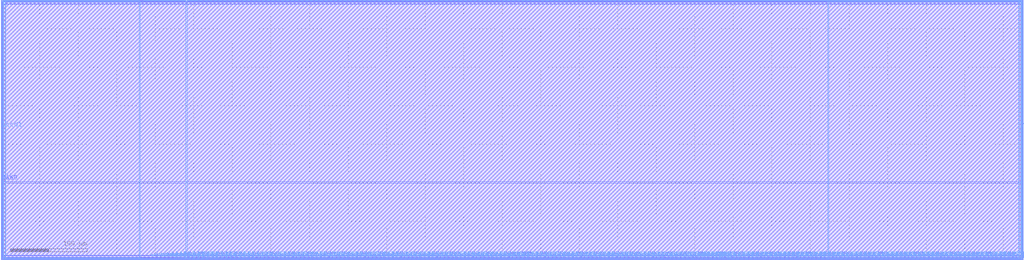
<source format=lef>
VERSION 5.4 ;
NAMESCASESENSITIVE ON ;
BUSBITCHARS "[]" ;
DIVIDERCHAR "/" ;
UNITS
  DATABASE MICRONS 1000 ;
END UNITS
MACRO sky130_sram_1r1w0rw_184x64_23
   CLASS BLOCK ;
   SIZE 1326.18 BY 337.35 ;
   SYMMETRY X Y R90 ;
   PIN din0[0]
      DIRECTION INPUT ;
      PORT
         LAYER met4 ;
         RECT  240.04 0.0 240.42 0.38 ;
      END
   END din0[0]
   PIN din0[1]
      DIRECTION INPUT ;
      PORT
         LAYER met4 ;
         RECT  245.88 0.0 246.26 0.38 ;
      END
   END din0[1]
   PIN din0[2]
      DIRECTION INPUT ;
      PORT
         LAYER met4 ;
         RECT  251.72 0.0 252.1 0.38 ;
      END
   END din0[2]
   PIN din0[3]
      DIRECTION INPUT ;
      PORT
         LAYER met4 ;
         RECT  257.56 0.0 257.94 0.38 ;
      END
   END din0[3]
   PIN din0[4]
      DIRECTION INPUT ;
      PORT
         LAYER met4 ;
         RECT  263.4 0.0 263.78 0.38 ;
      END
   END din0[4]
   PIN din0[5]
      DIRECTION INPUT ;
      PORT
         LAYER met4 ;
         RECT  269.24 0.0 269.62 0.38 ;
      END
   END din0[5]
   PIN din0[6]
      DIRECTION INPUT ;
      PORT
         LAYER met4 ;
         RECT  275.08 0.0 275.46 0.38 ;
      END
   END din0[6]
   PIN din0[7]
      DIRECTION INPUT ;
      PORT
         LAYER met4 ;
         RECT  280.92 0.0 281.3 0.38 ;
      END
   END din0[7]
   PIN din0[8]
      DIRECTION INPUT ;
      PORT
         LAYER met4 ;
         RECT  286.76 0.0 287.14 0.38 ;
      END
   END din0[8]
   PIN din0[9]
      DIRECTION INPUT ;
      PORT
         LAYER met4 ;
         RECT  292.6 0.0 292.98 0.38 ;
      END
   END din0[9]
   PIN din0[10]
      DIRECTION INPUT ;
      PORT
         LAYER met4 ;
         RECT  298.44 0.0 298.82 0.38 ;
      END
   END din0[10]
   PIN din0[11]
      DIRECTION INPUT ;
      PORT
         LAYER met4 ;
         RECT  304.28 0.0 304.66 0.38 ;
      END
   END din0[11]
   PIN din0[12]
      DIRECTION INPUT ;
      PORT
         LAYER met4 ;
         RECT  310.12 0.0 310.5 0.38 ;
      END
   END din0[12]
   PIN din0[13]
      DIRECTION INPUT ;
      PORT
         LAYER met4 ;
         RECT  315.96 0.0 316.34 0.38 ;
      END
   END din0[13]
   PIN din0[14]
      DIRECTION INPUT ;
      PORT
         LAYER met4 ;
         RECT  321.8 0.0 322.18 0.38 ;
      END
   END din0[14]
   PIN din0[15]
      DIRECTION INPUT ;
      PORT
         LAYER met4 ;
         RECT  327.64 0.0 328.02 0.38 ;
      END
   END din0[15]
   PIN din0[16]
      DIRECTION INPUT ;
      PORT
         LAYER met4 ;
         RECT  333.48 0.0 333.86 0.38 ;
      END
   END din0[16]
   PIN din0[17]
      DIRECTION INPUT ;
      PORT
         LAYER met4 ;
         RECT  339.32 0.0 339.7 0.38 ;
      END
   END din0[17]
   PIN din0[18]
      DIRECTION INPUT ;
      PORT
         LAYER met4 ;
         RECT  345.16 0.0 345.54 0.38 ;
      END
   END din0[18]
   PIN din0[19]
      DIRECTION INPUT ;
      PORT
         LAYER met4 ;
         RECT  351.0 0.0 351.38 0.38 ;
      END
   END din0[19]
   PIN din0[20]
      DIRECTION INPUT ;
      PORT
         LAYER met4 ;
         RECT  356.84 0.0 357.22 0.38 ;
      END
   END din0[20]
   PIN din0[21]
      DIRECTION INPUT ;
      PORT
         LAYER met4 ;
         RECT  362.68 0.0 363.06 0.38 ;
      END
   END din0[21]
   PIN din0[22]
      DIRECTION INPUT ;
      PORT
         LAYER met4 ;
         RECT  368.52 0.0 368.9 0.38 ;
      END
   END din0[22]
   PIN din0[23]
      DIRECTION INPUT ;
      PORT
         LAYER met4 ;
         RECT  374.36 0.0 374.74 0.38 ;
      END
   END din0[23]
   PIN din0[24]
      DIRECTION INPUT ;
      PORT
         LAYER met4 ;
         RECT  380.2 0.0 380.58 0.38 ;
      END
   END din0[24]
   PIN din0[25]
      DIRECTION INPUT ;
      PORT
         LAYER met4 ;
         RECT  386.04 0.0 386.42 0.38 ;
      END
   END din0[25]
   PIN din0[26]
      DIRECTION INPUT ;
      PORT
         LAYER met4 ;
         RECT  391.88 0.0 392.26 0.38 ;
      END
   END din0[26]
   PIN din0[27]
      DIRECTION INPUT ;
      PORT
         LAYER met4 ;
         RECT  397.72 0.0 398.1 0.38 ;
      END
   END din0[27]
   PIN din0[28]
      DIRECTION INPUT ;
      PORT
         LAYER met4 ;
         RECT  403.56 0.0 403.94 0.38 ;
      END
   END din0[28]
   PIN din0[29]
      DIRECTION INPUT ;
      PORT
         LAYER met4 ;
         RECT  409.4 0.0 409.78 0.38 ;
      END
   END din0[29]
   PIN din0[30]
      DIRECTION INPUT ;
      PORT
         LAYER met4 ;
         RECT  415.24 0.0 415.62 0.38 ;
      END
   END din0[30]
   PIN din0[31]
      DIRECTION INPUT ;
      PORT
         LAYER met4 ;
         RECT  421.08 0.0 421.46 0.38 ;
      END
   END din0[31]
   PIN din0[32]
      DIRECTION INPUT ;
      PORT
         LAYER met4 ;
         RECT  426.92 0.0 427.3 0.38 ;
      END
   END din0[32]
   PIN din0[33]
      DIRECTION INPUT ;
      PORT
         LAYER met4 ;
         RECT  432.76 0.0 433.14 0.38 ;
      END
   END din0[33]
   PIN din0[34]
      DIRECTION INPUT ;
      PORT
         LAYER met4 ;
         RECT  438.6 0.0 438.98 0.38 ;
      END
   END din0[34]
   PIN din0[35]
      DIRECTION INPUT ;
      PORT
         LAYER met4 ;
         RECT  444.44 0.0 444.82 0.38 ;
      END
   END din0[35]
   PIN din0[36]
      DIRECTION INPUT ;
      PORT
         LAYER met4 ;
         RECT  450.28 0.0 450.66 0.38 ;
      END
   END din0[36]
   PIN din0[37]
      DIRECTION INPUT ;
      PORT
         LAYER met4 ;
         RECT  456.12 0.0 456.5 0.38 ;
      END
   END din0[37]
   PIN din0[38]
      DIRECTION INPUT ;
      PORT
         LAYER met4 ;
         RECT  461.96 0.0 462.34 0.38 ;
      END
   END din0[38]
   PIN din0[39]
      DIRECTION INPUT ;
      PORT
         LAYER met4 ;
         RECT  467.8 0.0 468.18 0.38 ;
      END
   END din0[39]
   PIN din0[40]
      DIRECTION INPUT ;
      PORT
         LAYER met4 ;
         RECT  473.64 0.0 474.02 0.38 ;
      END
   END din0[40]
   PIN din0[41]
      DIRECTION INPUT ;
      PORT
         LAYER met4 ;
         RECT  479.48 0.0 479.86 0.38 ;
      END
   END din0[41]
   PIN din0[42]
      DIRECTION INPUT ;
      PORT
         LAYER met4 ;
         RECT  485.32 0.0 485.7 0.38 ;
      END
   END din0[42]
   PIN din0[43]
      DIRECTION INPUT ;
      PORT
         LAYER met4 ;
         RECT  491.16 0.0 491.54 0.38 ;
      END
   END din0[43]
   PIN din0[44]
      DIRECTION INPUT ;
      PORT
         LAYER met4 ;
         RECT  497.0 0.0 497.38 0.38 ;
      END
   END din0[44]
   PIN din0[45]
      DIRECTION INPUT ;
      PORT
         LAYER met4 ;
         RECT  502.84 0.0 503.22 0.38 ;
      END
   END din0[45]
   PIN din0[46]
      DIRECTION INPUT ;
      PORT
         LAYER met4 ;
         RECT  508.68 0.0 509.06 0.38 ;
      END
   END din0[46]
   PIN din0[47]
      DIRECTION INPUT ;
      PORT
         LAYER met4 ;
         RECT  514.52 0.0 514.9 0.38 ;
      END
   END din0[47]
   PIN din0[48]
      DIRECTION INPUT ;
      PORT
         LAYER met4 ;
         RECT  520.36 0.0 520.74 0.38 ;
      END
   END din0[48]
   PIN din0[49]
      DIRECTION INPUT ;
      PORT
         LAYER met4 ;
         RECT  526.2 0.0 526.58 0.38 ;
      END
   END din0[49]
   PIN din0[50]
      DIRECTION INPUT ;
      PORT
         LAYER met4 ;
         RECT  532.04 0.0 532.42 0.38 ;
      END
   END din0[50]
   PIN din0[51]
      DIRECTION INPUT ;
      PORT
         LAYER met4 ;
         RECT  537.88 0.0 538.26 0.38 ;
      END
   END din0[51]
   PIN din0[52]
      DIRECTION INPUT ;
      PORT
         LAYER met4 ;
         RECT  543.72 0.0 544.1 0.38 ;
      END
   END din0[52]
   PIN din0[53]
      DIRECTION INPUT ;
      PORT
         LAYER met4 ;
         RECT  549.56 0.0 549.94 0.38 ;
      END
   END din0[53]
   PIN din0[54]
      DIRECTION INPUT ;
      PORT
         LAYER met4 ;
         RECT  555.4 0.0 555.78 0.38 ;
      END
   END din0[54]
   PIN din0[55]
      DIRECTION INPUT ;
      PORT
         LAYER met4 ;
         RECT  561.24 0.0 561.62 0.38 ;
      END
   END din0[55]
   PIN din0[56]
      DIRECTION INPUT ;
      PORT
         LAYER met4 ;
         RECT  567.08 0.0 567.46 0.38 ;
      END
   END din0[56]
   PIN din0[57]
      DIRECTION INPUT ;
      PORT
         LAYER met4 ;
         RECT  572.92 0.0 573.3 0.38 ;
      END
   END din0[57]
   PIN din0[58]
      DIRECTION INPUT ;
      PORT
         LAYER met4 ;
         RECT  578.76 0.0 579.14 0.38 ;
      END
   END din0[58]
   PIN din0[59]
      DIRECTION INPUT ;
      PORT
         LAYER met4 ;
         RECT  584.6 0.0 584.98 0.38 ;
      END
   END din0[59]
   PIN din0[60]
      DIRECTION INPUT ;
      PORT
         LAYER met4 ;
         RECT  590.44 0.0 590.82 0.38 ;
      END
   END din0[60]
   PIN din0[61]
      DIRECTION INPUT ;
      PORT
         LAYER met4 ;
         RECT  596.28 0.0 596.66 0.38 ;
      END
   END din0[61]
   PIN din0[62]
      DIRECTION INPUT ;
      PORT
         LAYER met4 ;
         RECT  602.12 0.0 602.5 0.38 ;
      END
   END din0[62]
   PIN din0[63]
      DIRECTION INPUT ;
      PORT
         LAYER met4 ;
         RECT  607.96 0.0 608.34 0.38 ;
      END
   END din0[63]
   PIN din0[64]
      DIRECTION INPUT ;
      PORT
         LAYER met4 ;
         RECT  613.8 0.0 614.18 0.38 ;
      END
   END din0[64]
   PIN din0[65]
      DIRECTION INPUT ;
      PORT
         LAYER met4 ;
         RECT  619.64 0.0 620.02 0.38 ;
      END
   END din0[65]
   PIN din0[66]
      DIRECTION INPUT ;
      PORT
         LAYER met4 ;
         RECT  625.48 0.0 625.86 0.38 ;
      END
   END din0[66]
   PIN din0[67]
      DIRECTION INPUT ;
      PORT
         LAYER met4 ;
         RECT  631.32 0.0 631.7 0.38 ;
      END
   END din0[67]
   PIN din0[68]
      DIRECTION INPUT ;
      PORT
         LAYER met4 ;
         RECT  637.16 0.0 637.54 0.38 ;
      END
   END din0[68]
   PIN din0[69]
      DIRECTION INPUT ;
      PORT
         LAYER met4 ;
         RECT  643.0 0.0 643.38 0.38 ;
      END
   END din0[69]
   PIN din0[70]
      DIRECTION INPUT ;
      PORT
         LAYER met4 ;
         RECT  648.84 0.0 649.22 0.38 ;
      END
   END din0[70]
   PIN din0[71]
      DIRECTION INPUT ;
      PORT
         LAYER met4 ;
         RECT  654.68 0.0 655.06 0.38 ;
      END
   END din0[71]
   PIN din0[72]
      DIRECTION INPUT ;
      PORT
         LAYER met4 ;
         RECT  660.52 0.0 660.9 0.38 ;
      END
   END din0[72]
   PIN din0[73]
      DIRECTION INPUT ;
      PORT
         LAYER met4 ;
         RECT  666.36 0.0 666.74 0.38 ;
      END
   END din0[73]
   PIN din0[74]
      DIRECTION INPUT ;
      PORT
         LAYER met4 ;
         RECT  672.2 0.0 672.58 0.38 ;
      END
   END din0[74]
   PIN din0[75]
      DIRECTION INPUT ;
      PORT
         LAYER met4 ;
         RECT  678.04 0.0 678.42 0.38 ;
      END
   END din0[75]
   PIN din0[76]
      DIRECTION INPUT ;
      PORT
         LAYER met4 ;
         RECT  683.88 0.0 684.26 0.38 ;
      END
   END din0[76]
   PIN din0[77]
      DIRECTION INPUT ;
      PORT
         LAYER met4 ;
         RECT  689.72 0.0 690.1 0.38 ;
      END
   END din0[77]
   PIN din0[78]
      DIRECTION INPUT ;
      PORT
         LAYER met4 ;
         RECT  695.56 0.0 695.94 0.38 ;
      END
   END din0[78]
   PIN din0[79]
      DIRECTION INPUT ;
      PORT
         LAYER met4 ;
         RECT  701.4 0.0 701.78 0.38 ;
      END
   END din0[79]
   PIN din0[80]
      DIRECTION INPUT ;
      PORT
         LAYER met4 ;
         RECT  707.24 0.0 707.62 0.38 ;
      END
   END din0[80]
   PIN din0[81]
      DIRECTION INPUT ;
      PORT
         LAYER met4 ;
         RECT  713.08 0.0 713.46 0.38 ;
      END
   END din0[81]
   PIN din0[82]
      DIRECTION INPUT ;
      PORT
         LAYER met4 ;
         RECT  718.92 0.0 719.3 0.38 ;
      END
   END din0[82]
   PIN din0[83]
      DIRECTION INPUT ;
      PORT
         LAYER met4 ;
         RECT  724.76 0.0 725.14 0.38 ;
      END
   END din0[83]
   PIN din0[84]
      DIRECTION INPUT ;
      PORT
         LAYER met4 ;
         RECT  730.6 0.0 730.98 0.38 ;
      END
   END din0[84]
   PIN din0[85]
      DIRECTION INPUT ;
      PORT
         LAYER met4 ;
         RECT  736.44 0.0 736.82 0.38 ;
      END
   END din0[85]
   PIN din0[86]
      DIRECTION INPUT ;
      PORT
         LAYER met4 ;
         RECT  742.28 0.0 742.66 0.38 ;
      END
   END din0[86]
   PIN din0[87]
      DIRECTION INPUT ;
      PORT
         LAYER met4 ;
         RECT  748.12 0.0 748.5 0.38 ;
      END
   END din0[87]
   PIN din0[88]
      DIRECTION INPUT ;
      PORT
         LAYER met4 ;
         RECT  753.96 0.0 754.34 0.38 ;
      END
   END din0[88]
   PIN din0[89]
      DIRECTION INPUT ;
      PORT
         LAYER met4 ;
         RECT  759.8 0.0 760.18 0.38 ;
      END
   END din0[89]
   PIN din0[90]
      DIRECTION INPUT ;
      PORT
         LAYER met4 ;
         RECT  765.64 0.0 766.02 0.38 ;
      END
   END din0[90]
   PIN din0[91]
      DIRECTION INPUT ;
      PORT
         LAYER met4 ;
         RECT  771.48 0.0 771.86 0.38 ;
      END
   END din0[91]
   PIN din0[92]
      DIRECTION INPUT ;
      PORT
         LAYER met4 ;
         RECT  777.32 0.0 777.7 0.38 ;
      END
   END din0[92]
   PIN din0[93]
      DIRECTION INPUT ;
      PORT
         LAYER met4 ;
         RECT  783.16 0.0 783.54 0.38 ;
      END
   END din0[93]
   PIN din0[94]
      DIRECTION INPUT ;
      PORT
         LAYER met4 ;
         RECT  789.0 0.0 789.38 0.38 ;
      END
   END din0[94]
   PIN din0[95]
      DIRECTION INPUT ;
      PORT
         LAYER met4 ;
         RECT  794.84 0.0 795.22 0.38 ;
      END
   END din0[95]
   PIN din0[96]
      DIRECTION INPUT ;
      PORT
         LAYER met4 ;
         RECT  800.68 0.0 801.06 0.38 ;
      END
   END din0[96]
   PIN din0[97]
      DIRECTION INPUT ;
      PORT
         LAYER met4 ;
         RECT  806.52 0.0 806.9 0.38 ;
      END
   END din0[97]
   PIN din0[98]
      DIRECTION INPUT ;
      PORT
         LAYER met4 ;
         RECT  812.36 0.0 812.74 0.38 ;
      END
   END din0[98]
   PIN din0[99]
      DIRECTION INPUT ;
      PORT
         LAYER met4 ;
         RECT  818.2 0.0 818.58 0.38 ;
      END
   END din0[99]
   PIN din0[100]
      DIRECTION INPUT ;
      PORT
         LAYER met4 ;
         RECT  824.04 0.0 824.42 0.38 ;
      END
   END din0[100]
   PIN din0[101]
      DIRECTION INPUT ;
      PORT
         LAYER met4 ;
         RECT  829.88 0.0 830.26 0.38 ;
      END
   END din0[101]
   PIN din0[102]
      DIRECTION INPUT ;
      PORT
         LAYER met4 ;
         RECT  835.72 0.0 836.1 0.38 ;
      END
   END din0[102]
   PIN din0[103]
      DIRECTION INPUT ;
      PORT
         LAYER met4 ;
         RECT  841.56 0.0 841.94 0.38 ;
      END
   END din0[103]
   PIN din0[104]
      DIRECTION INPUT ;
      PORT
         LAYER met4 ;
         RECT  847.4 0.0 847.78 0.38 ;
      END
   END din0[104]
   PIN din0[105]
      DIRECTION INPUT ;
      PORT
         LAYER met4 ;
         RECT  853.24 0.0 853.62 0.38 ;
      END
   END din0[105]
   PIN din0[106]
      DIRECTION INPUT ;
      PORT
         LAYER met4 ;
         RECT  859.08 0.0 859.46 0.38 ;
      END
   END din0[106]
   PIN din0[107]
      DIRECTION INPUT ;
      PORT
         LAYER met4 ;
         RECT  864.92 0.0 865.3 0.38 ;
      END
   END din0[107]
   PIN din0[108]
      DIRECTION INPUT ;
      PORT
         LAYER met4 ;
         RECT  870.76 0.0 871.14 0.38 ;
      END
   END din0[108]
   PIN din0[109]
      DIRECTION INPUT ;
      PORT
         LAYER met4 ;
         RECT  876.6 0.0 876.98 0.38 ;
      END
   END din0[109]
   PIN din0[110]
      DIRECTION INPUT ;
      PORT
         LAYER met4 ;
         RECT  882.44 0.0 882.82 0.38 ;
      END
   END din0[110]
   PIN din0[111]
      DIRECTION INPUT ;
      PORT
         LAYER met4 ;
         RECT  888.28 0.0 888.66 0.38 ;
      END
   END din0[111]
   PIN din0[112]
      DIRECTION INPUT ;
      PORT
         LAYER met4 ;
         RECT  894.12 0.0 894.5 0.38 ;
      END
   END din0[112]
   PIN din0[113]
      DIRECTION INPUT ;
      PORT
         LAYER met4 ;
         RECT  899.96 0.0 900.34 0.38 ;
      END
   END din0[113]
   PIN din0[114]
      DIRECTION INPUT ;
      PORT
         LAYER met4 ;
         RECT  905.8 0.0 906.18 0.38 ;
      END
   END din0[114]
   PIN din0[115]
      DIRECTION INPUT ;
      PORT
         LAYER met4 ;
         RECT  911.64 0.0 912.02 0.38 ;
      END
   END din0[115]
   PIN din0[116]
      DIRECTION INPUT ;
      PORT
         LAYER met4 ;
         RECT  917.48 0.0 917.86 0.38 ;
      END
   END din0[116]
   PIN din0[117]
      DIRECTION INPUT ;
      PORT
         LAYER met4 ;
         RECT  923.32 0.0 923.7 0.38 ;
      END
   END din0[117]
   PIN din0[118]
      DIRECTION INPUT ;
      PORT
         LAYER met4 ;
         RECT  929.16 0.0 929.54 0.38 ;
      END
   END din0[118]
   PIN din0[119]
      DIRECTION INPUT ;
      PORT
         LAYER met4 ;
         RECT  935.0 0.0 935.38 0.38 ;
      END
   END din0[119]
   PIN din0[120]
      DIRECTION INPUT ;
      PORT
         LAYER met4 ;
         RECT  940.84 0.0 941.22 0.38 ;
      END
   END din0[120]
   PIN din0[121]
      DIRECTION INPUT ;
      PORT
         LAYER met4 ;
         RECT  946.68 0.0 947.06 0.38 ;
      END
   END din0[121]
   PIN din0[122]
      DIRECTION INPUT ;
      PORT
         LAYER met4 ;
         RECT  952.52 0.0 952.9 0.38 ;
      END
   END din0[122]
   PIN din0[123]
      DIRECTION INPUT ;
      PORT
         LAYER met4 ;
         RECT  958.36 0.0 958.74 0.38 ;
      END
   END din0[123]
   PIN din0[124]
      DIRECTION INPUT ;
      PORT
         LAYER met4 ;
         RECT  964.2 0.0 964.58 0.38 ;
      END
   END din0[124]
   PIN din0[125]
      DIRECTION INPUT ;
      PORT
         LAYER met4 ;
         RECT  970.04 0.0 970.42 0.38 ;
      END
   END din0[125]
   PIN din0[126]
      DIRECTION INPUT ;
      PORT
         LAYER met4 ;
         RECT  975.88 0.0 976.26 0.38 ;
      END
   END din0[126]
   PIN din0[127]
      DIRECTION INPUT ;
      PORT
         LAYER met4 ;
         RECT  981.72 0.0 982.1 0.38 ;
      END
   END din0[127]
   PIN din0[128]
      DIRECTION INPUT ;
      PORT
         LAYER met4 ;
         RECT  987.56 0.0 987.94 0.38 ;
      END
   END din0[128]
   PIN din0[129]
      DIRECTION INPUT ;
      PORT
         LAYER met4 ;
         RECT  993.4 0.0 993.78 0.38 ;
      END
   END din0[129]
   PIN din0[130]
      DIRECTION INPUT ;
      PORT
         LAYER met4 ;
         RECT  999.24 0.0 999.62 0.38 ;
      END
   END din0[130]
   PIN din0[131]
      DIRECTION INPUT ;
      PORT
         LAYER met4 ;
         RECT  1005.08 0.0 1005.46 0.38 ;
      END
   END din0[131]
   PIN din0[132]
      DIRECTION INPUT ;
      PORT
         LAYER met4 ;
         RECT  1010.92 0.0 1011.3 0.38 ;
      END
   END din0[132]
   PIN din0[133]
      DIRECTION INPUT ;
      PORT
         LAYER met4 ;
         RECT  1016.76 0.0 1017.14 0.38 ;
      END
   END din0[133]
   PIN din0[134]
      DIRECTION INPUT ;
      PORT
         LAYER met4 ;
         RECT  1022.6 0.0 1022.98 0.38 ;
      END
   END din0[134]
   PIN din0[135]
      DIRECTION INPUT ;
      PORT
         LAYER met4 ;
         RECT  1028.44 0.0 1028.82 0.38 ;
      END
   END din0[135]
   PIN din0[136]
      DIRECTION INPUT ;
      PORT
         LAYER met4 ;
         RECT  1034.28 0.0 1034.66 0.38 ;
      END
   END din0[136]
   PIN din0[137]
      DIRECTION INPUT ;
      PORT
         LAYER met4 ;
         RECT  1040.12 0.0 1040.5 0.38 ;
      END
   END din0[137]
   PIN din0[138]
      DIRECTION INPUT ;
      PORT
         LAYER met4 ;
         RECT  1045.96 0.0 1046.34 0.38 ;
      END
   END din0[138]
   PIN din0[139]
      DIRECTION INPUT ;
      PORT
         LAYER met4 ;
         RECT  1051.8 0.0 1052.18 0.38 ;
      END
   END din0[139]
   PIN din0[140]
      DIRECTION INPUT ;
      PORT
         LAYER met4 ;
         RECT  1057.64 0.0 1058.02 0.38 ;
      END
   END din0[140]
   PIN din0[141]
      DIRECTION INPUT ;
      PORT
         LAYER met4 ;
         RECT  1063.48 0.0 1063.86 0.38 ;
      END
   END din0[141]
   PIN din0[142]
      DIRECTION INPUT ;
      PORT
         LAYER met4 ;
         RECT  1069.32 0.0 1069.7 0.38 ;
      END
   END din0[142]
   PIN din0[143]
      DIRECTION INPUT ;
      PORT
         LAYER met4 ;
         RECT  1075.16 0.0 1075.54 0.38 ;
      END
   END din0[143]
   PIN din0[144]
      DIRECTION INPUT ;
      PORT
         LAYER met4 ;
         RECT  1081.0 0.0 1081.38 0.38 ;
      END
   END din0[144]
   PIN din0[145]
      DIRECTION INPUT ;
      PORT
         LAYER met4 ;
         RECT  1086.84 0.0 1087.22 0.38 ;
      END
   END din0[145]
   PIN din0[146]
      DIRECTION INPUT ;
      PORT
         LAYER met4 ;
         RECT  1092.68 0.0 1093.06 0.38 ;
      END
   END din0[146]
   PIN din0[147]
      DIRECTION INPUT ;
      PORT
         LAYER met4 ;
         RECT  1098.52 0.0 1098.9 0.38 ;
      END
   END din0[147]
   PIN din0[148]
      DIRECTION INPUT ;
      PORT
         LAYER met4 ;
         RECT  1104.36 0.0 1104.74 0.38 ;
      END
   END din0[148]
   PIN din0[149]
      DIRECTION INPUT ;
      PORT
         LAYER met4 ;
         RECT  1110.2 0.0 1110.58 0.38 ;
      END
   END din0[149]
   PIN din0[150]
      DIRECTION INPUT ;
      PORT
         LAYER met4 ;
         RECT  1116.04 0.0 1116.42 0.38 ;
      END
   END din0[150]
   PIN din0[151]
      DIRECTION INPUT ;
      PORT
         LAYER met4 ;
         RECT  1121.88 0.0 1122.26 0.38 ;
      END
   END din0[151]
   PIN din0[152]
      DIRECTION INPUT ;
      PORT
         LAYER met4 ;
         RECT  1127.72 0.0 1128.1 0.38 ;
      END
   END din0[152]
   PIN din0[153]
      DIRECTION INPUT ;
      PORT
         LAYER met4 ;
         RECT  1133.56 0.0 1133.94 0.38 ;
      END
   END din0[153]
   PIN din0[154]
      DIRECTION INPUT ;
      PORT
         LAYER met4 ;
         RECT  1139.4 0.0 1139.78 0.38 ;
      END
   END din0[154]
   PIN din0[155]
      DIRECTION INPUT ;
      PORT
         LAYER met4 ;
         RECT  1145.24 0.0 1145.62 0.38 ;
      END
   END din0[155]
   PIN din0[156]
      DIRECTION INPUT ;
      PORT
         LAYER met4 ;
         RECT  1151.08 0.0 1151.46 0.38 ;
      END
   END din0[156]
   PIN din0[157]
      DIRECTION INPUT ;
      PORT
         LAYER met4 ;
         RECT  1156.92 0.0 1157.3 0.38 ;
      END
   END din0[157]
   PIN din0[158]
      DIRECTION INPUT ;
      PORT
         LAYER met4 ;
         RECT  1162.76 0.0 1163.14 0.38 ;
      END
   END din0[158]
   PIN din0[159]
      DIRECTION INPUT ;
      PORT
         LAYER met4 ;
         RECT  1168.6 0.0 1168.98 0.38 ;
      END
   END din0[159]
   PIN din0[160]
      DIRECTION INPUT ;
      PORT
         LAYER met4 ;
         RECT  1174.44 0.0 1174.82 0.38 ;
      END
   END din0[160]
   PIN din0[161]
      DIRECTION INPUT ;
      PORT
         LAYER met4 ;
         RECT  1180.28 0.0 1180.66 0.38 ;
      END
   END din0[161]
   PIN din0[162]
      DIRECTION INPUT ;
      PORT
         LAYER met4 ;
         RECT  1186.12 0.0 1186.5 0.38 ;
      END
   END din0[162]
   PIN din0[163]
      DIRECTION INPUT ;
      PORT
         LAYER met4 ;
         RECT  1191.96 0.0 1192.34 0.38 ;
      END
   END din0[163]
   PIN din0[164]
      DIRECTION INPUT ;
      PORT
         LAYER met4 ;
         RECT  1197.8 0.0 1198.18 0.38 ;
      END
   END din0[164]
   PIN din0[165]
      DIRECTION INPUT ;
      PORT
         LAYER met4 ;
         RECT  1203.64 0.0 1204.02 0.38 ;
      END
   END din0[165]
   PIN din0[166]
      DIRECTION INPUT ;
      PORT
         LAYER met4 ;
         RECT  1209.48 0.0 1209.86 0.38 ;
      END
   END din0[166]
   PIN din0[167]
      DIRECTION INPUT ;
      PORT
         LAYER met4 ;
         RECT  1215.32 0.0 1215.7 0.38 ;
      END
   END din0[167]
   PIN din0[168]
      DIRECTION INPUT ;
      PORT
         LAYER met4 ;
         RECT  1221.16 0.0 1221.54 0.38 ;
      END
   END din0[168]
   PIN din0[169]
      DIRECTION INPUT ;
      PORT
         LAYER met4 ;
         RECT  1227.0 0.0 1227.38 0.38 ;
      END
   END din0[169]
   PIN din0[170]
      DIRECTION INPUT ;
      PORT
         LAYER met4 ;
         RECT  1232.84 0.0 1233.22 0.38 ;
      END
   END din0[170]
   PIN din0[171]
      DIRECTION INPUT ;
      PORT
         LAYER met4 ;
         RECT  1238.68 0.0 1239.06 0.38 ;
      END
   END din0[171]
   PIN din0[172]
      DIRECTION INPUT ;
      PORT
         LAYER met4 ;
         RECT  1244.52 0.0 1244.9 0.38 ;
      END
   END din0[172]
   PIN din0[173]
      DIRECTION INPUT ;
      PORT
         LAYER met4 ;
         RECT  1250.36 0.0 1250.74 0.38 ;
      END
   END din0[173]
   PIN din0[174]
      DIRECTION INPUT ;
      PORT
         LAYER met4 ;
         RECT  1256.2 0.0 1256.58 0.38 ;
      END
   END din0[174]
   PIN din0[175]
      DIRECTION INPUT ;
      PORT
         LAYER met4 ;
         RECT  1262.04 0.0 1262.42 0.38 ;
      END
   END din0[175]
   PIN din0[176]
      DIRECTION INPUT ;
      PORT
         LAYER met4 ;
         RECT  1267.88 0.0 1268.26 0.38 ;
      END
   END din0[176]
   PIN din0[177]
      DIRECTION INPUT ;
      PORT
         LAYER met4 ;
         RECT  1273.72 0.0 1274.1 0.38 ;
      END
   END din0[177]
   PIN din0[178]
      DIRECTION INPUT ;
      PORT
         LAYER met4 ;
         RECT  1279.56 0.0 1279.94 0.38 ;
      END
   END din0[178]
   PIN din0[179]
      DIRECTION INPUT ;
      PORT
         LAYER met4 ;
         RECT  1285.4 0.0 1285.78 0.38 ;
      END
   END din0[179]
   PIN din0[180]
      DIRECTION INPUT ;
      PORT
         LAYER met4 ;
         RECT  1291.24 0.0 1291.62 0.38 ;
      END
   END din0[180]
   PIN din0[181]
      DIRECTION INPUT ;
      PORT
         LAYER met4 ;
         RECT  1297.08 0.0 1297.46 0.38 ;
      END
   END din0[181]
   PIN din0[182]
      DIRECTION INPUT ;
      PORT
         LAYER met4 ;
         RECT  1302.92 0.0 1303.3 0.38 ;
      END
   END din0[182]
   PIN din0[183]
      DIRECTION INPUT ;
      PORT
         LAYER met4 ;
         RECT  1308.76 0.0 1309.14 0.38 ;
      END
   END din0[183]
   PIN addr0[0]
      DIRECTION INPUT ;
      PORT
         LAYER met4 ;
         RECT  179.41 336.97 179.79 337.35 ;
      END
   END addr0[0]
   PIN addr0[1]
      DIRECTION INPUT ;
      PORT
         LAYER met4 ;
         RECT  183.765 336.97 184.145 337.35 ;
      END
   END addr0[1]
   PIN addr0[2]
      DIRECTION INPUT ;
      PORT
         LAYER met4 ;
         RECT  180.1 336.97 180.48 337.35 ;
      END
   END addr0[2]
   PIN addr0[3]
      DIRECTION INPUT ;
      PORT
         LAYER met4 ;
         RECT  183.075 336.97 183.455 337.35 ;
      END
   END addr0[3]
   PIN addr0[4]
      DIRECTION INPUT ;
      PORT
         LAYER met4 ;
         RECT  182.385 336.97 182.765 337.35 ;
      END
   END addr0[4]
   PIN addr0[5]
      DIRECTION INPUT ;
      PORT
         LAYER met4 ;
         RECT  181.64 336.97 182.02 337.35 ;
      END
   END addr0[5]
   PIN addr1[0]
      DIRECTION INPUT ;
      PORT
         LAYER met4 ;
         RECT  907.18 0.0 907.56 0.38 ;
      END
   END addr1[0]
   PIN addr1[1]
      DIRECTION INPUT ;
      PORT
         LAYER met4 ;
         RECT  902.615 0.0 902.995 0.38 ;
      END
   END addr1[1]
   PIN addr1[2]
      DIRECTION INPUT ;
      PORT
         LAYER met4 ;
         RECT  906.49 0.0 906.87 0.38 ;
      END
   END addr1[2]
   PIN addr1[3]
      DIRECTION INPUT ;
      PORT
         LAYER met4 ;
         RECT  903.305 0.0 903.685 0.38 ;
      END
   END addr1[3]
   PIN addr1[4]
      DIRECTION INPUT ;
      PORT
         LAYER met4 ;
         RECT  903.995 0.0 904.375 0.38 ;
      END
   END addr1[4]
   PIN addr1[5]
      DIRECTION INPUT ;
      PORT
         LAYER met4 ;
         RECT  994.63 0.0 995.01 0.38 ;
      END
   END addr1[5]
   PIN csb0
      DIRECTION INPUT ;
      PORT
         LAYER met3 ;
         RECT  0.0 100.04 0.38 100.42 ;
      END
   END csb0
   PIN csb1
      DIRECTION INPUT ;
      PORT
         LAYER met4 ;
         RECT  1072.75 336.97 1073.13 337.35 ;
      END
   END csb1
   PIN clk0
      DIRECTION INPUT ;
      PORT
         LAYER met3 ;
         RECT  0.0 100.785 0.38 101.165 ;
      END
   END clk0
   PIN clk1
      DIRECTION INPUT ;
      PORT
         LAYER met4 ;
         RECT  1055.98 336.97 1056.36 337.35 ;
      END
   END clk1
   PIN wmask0[0]
      DIRECTION INPUT ;
      PORT
         LAYER met4 ;
         RECT  193.32 0.0 193.7 0.38 ;
      END
   END wmask0[0]
   PIN wmask0[1]
      DIRECTION INPUT ;
      PORT
         LAYER met4 ;
         RECT  199.16 0.0 199.54 0.38 ;
      END
   END wmask0[1]
   PIN wmask0[2]
      DIRECTION INPUT ;
      PORT
         LAYER met4 ;
         RECT  205.0 0.0 205.38 0.38 ;
      END
   END wmask0[2]
   PIN wmask0[3]
      DIRECTION INPUT ;
      PORT
         LAYER met4 ;
         RECT  210.84 0.0 211.22 0.38 ;
      END
   END wmask0[3]
   PIN wmask0[4]
      DIRECTION INPUT ;
      PORT
         LAYER met4 ;
         RECT  216.68 0.0 217.06 0.38 ;
      END
   END wmask0[4]
   PIN wmask0[5]
      DIRECTION INPUT ;
      PORT
         LAYER met4 ;
         RECT  222.52 0.0 222.9 0.38 ;
      END
   END wmask0[5]
   PIN wmask0[6]
      DIRECTION INPUT ;
      PORT
         LAYER met4 ;
         RECT  228.36 0.0 228.74 0.38 ;
      END
   END wmask0[6]
   PIN wmask0[7]
      DIRECTION INPUT ;
      PORT
         LAYER met4 ;
         RECT  234.2 0.0 234.58 0.38 ;
      END
   END wmask0[7]
   PIN dout1[0]
      DIRECTION OUTPUT ;
      PORT
         LAYER met4 ;
         RECT  256.505 336.97 256.885 337.35 ;
      END
   END dout1[0]
   PIN dout1[1]
      DIRECTION OUTPUT ;
      PORT
         LAYER met4 ;
         RECT  261.475 336.97 261.855 337.35 ;
      END
   END dout1[1]
   PIN dout1[2]
      DIRECTION OUTPUT ;
      PORT
         LAYER met4 ;
         RECT  262.745 336.97 263.125 337.35 ;
      END
   END dout1[2]
   PIN dout1[3]
      DIRECTION OUTPUT ;
      PORT
         LAYER met4 ;
         RECT  267.715 336.97 268.095 337.35 ;
      END
   END dout1[3]
   PIN dout1[4]
      DIRECTION OUTPUT ;
      PORT
         LAYER met4 ;
         RECT  268.985 336.97 269.365 337.35 ;
      END
   END dout1[4]
   PIN dout1[5]
      DIRECTION OUTPUT ;
      PORT
         LAYER met4 ;
         RECT  273.955 336.97 274.335 337.35 ;
      END
   END dout1[5]
   PIN dout1[6]
      DIRECTION OUTPUT ;
      PORT
         LAYER met4 ;
         RECT  275.225 336.97 275.605 337.35 ;
      END
   END dout1[6]
   PIN dout1[7]
      DIRECTION OUTPUT ;
      PORT
         LAYER met4 ;
         RECT  280.195 336.97 280.575 337.35 ;
      END
   END dout1[7]
   PIN dout1[8]
      DIRECTION OUTPUT ;
      PORT
         LAYER met4 ;
         RECT  281.465 336.97 281.845 337.35 ;
      END
   END dout1[8]
   PIN dout1[9]
      DIRECTION OUTPUT ;
      PORT
         LAYER met4 ;
         RECT  286.435 336.97 286.815 337.35 ;
      END
   END dout1[9]
   PIN dout1[10]
      DIRECTION OUTPUT ;
      PORT
         LAYER met4 ;
         RECT  287.705 336.97 288.085 337.35 ;
      END
   END dout1[10]
   PIN dout1[11]
      DIRECTION OUTPUT ;
      PORT
         LAYER met4 ;
         RECT  292.675 336.97 293.055 337.35 ;
      END
   END dout1[11]
   PIN dout1[12]
      DIRECTION OUTPUT ;
      PORT
         LAYER met4 ;
         RECT  293.945 336.97 294.325 337.35 ;
      END
   END dout1[12]
   PIN dout1[13]
      DIRECTION OUTPUT ;
      PORT
         LAYER met4 ;
         RECT  298.915 336.97 299.295 337.35 ;
      END
   END dout1[13]
   PIN dout1[14]
      DIRECTION OUTPUT ;
      PORT
         LAYER met4 ;
         RECT  300.185 336.97 300.565 337.35 ;
      END
   END dout1[14]
   PIN dout1[15]
      DIRECTION OUTPUT ;
      PORT
         LAYER met4 ;
         RECT  305.155 336.97 305.535 337.35 ;
      END
   END dout1[15]
   PIN dout1[16]
      DIRECTION OUTPUT ;
      PORT
         LAYER met4 ;
         RECT  306.425 336.97 306.805 337.35 ;
      END
   END dout1[16]
   PIN dout1[17]
      DIRECTION OUTPUT ;
      PORT
         LAYER met4 ;
         RECT  311.395 336.97 311.775 337.35 ;
      END
   END dout1[17]
   PIN dout1[18]
      DIRECTION OUTPUT ;
      PORT
         LAYER met4 ;
         RECT  312.665 336.97 313.045 337.35 ;
      END
   END dout1[18]
   PIN dout1[19]
      DIRECTION OUTPUT ;
      PORT
         LAYER met4 ;
         RECT  317.635 336.97 318.015 337.35 ;
      END
   END dout1[19]
   PIN dout1[20]
      DIRECTION OUTPUT ;
      PORT
         LAYER met4 ;
         RECT  318.905 336.97 319.285 337.35 ;
      END
   END dout1[20]
   PIN dout1[21]
      DIRECTION OUTPUT ;
      PORT
         LAYER met4 ;
         RECT  323.875 336.97 324.255 337.35 ;
      END
   END dout1[21]
   PIN dout1[22]
      DIRECTION OUTPUT ;
      PORT
         LAYER met4 ;
         RECT  325.145 336.97 325.525 337.35 ;
      END
   END dout1[22]
   PIN dout1[23]
      DIRECTION OUTPUT ;
      PORT
         LAYER met4 ;
         RECT  330.115 336.97 330.495 337.35 ;
      END
   END dout1[23]
   PIN dout1[24]
      DIRECTION OUTPUT ;
      PORT
         LAYER met4 ;
         RECT  331.385 336.97 331.765 337.35 ;
      END
   END dout1[24]
   PIN dout1[25]
      DIRECTION OUTPUT ;
      PORT
         LAYER met4 ;
         RECT  336.355 336.97 336.735 337.35 ;
      END
   END dout1[25]
   PIN dout1[26]
      DIRECTION OUTPUT ;
      PORT
         LAYER met4 ;
         RECT  337.625 336.97 338.005 337.35 ;
      END
   END dout1[26]
   PIN dout1[27]
      DIRECTION OUTPUT ;
      PORT
         LAYER met4 ;
         RECT  342.595 336.97 342.975 337.35 ;
      END
   END dout1[27]
   PIN dout1[28]
      DIRECTION OUTPUT ;
      PORT
         LAYER met4 ;
         RECT  343.865 336.97 344.245 337.35 ;
      END
   END dout1[28]
   PIN dout1[29]
      DIRECTION OUTPUT ;
      PORT
         LAYER met4 ;
         RECT  348.835 336.97 349.215 337.35 ;
      END
   END dout1[29]
   PIN dout1[30]
      DIRECTION OUTPUT ;
      PORT
         LAYER met4 ;
         RECT  350.105 336.97 350.485 337.35 ;
      END
   END dout1[30]
   PIN dout1[31]
      DIRECTION OUTPUT ;
      PORT
         LAYER met4 ;
         RECT  355.075 336.97 355.455 337.35 ;
      END
   END dout1[31]
   PIN dout1[32]
      DIRECTION OUTPUT ;
      PORT
         LAYER met4 ;
         RECT  356.345 336.97 356.725 337.35 ;
      END
   END dout1[32]
   PIN dout1[33]
      DIRECTION OUTPUT ;
      PORT
         LAYER met4 ;
         RECT  361.315 336.97 361.695 337.35 ;
      END
   END dout1[33]
   PIN dout1[34]
      DIRECTION OUTPUT ;
      PORT
         LAYER met4 ;
         RECT  362.585 336.97 362.965 337.35 ;
      END
   END dout1[34]
   PIN dout1[35]
      DIRECTION OUTPUT ;
      PORT
         LAYER met4 ;
         RECT  367.555 336.97 367.935 337.35 ;
      END
   END dout1[35]
   PIN dout1[36]
      DIRECTION OUTPUT ;
      PORT
         LAYER met4 ;
         RECT  368.825 336.97 369.205 337.35 ;
      END
   END dout1[36]
   PIN dout1[37]
      DIRECTION OUTPUT ;
      PORT
         LAYER met4 ;
         RECT  373.795 336.97 374.175 337.35 ;
      END
   END dout1[37]
   PIN dout1[38]
      DIRECTION OUTPUT ;
      PORT
         LAYER met4 ;
         RECT  375.065 336.97 375.445 337.35 ;
      END
   END dout1[38]
   PIN dout1[39]
      DIRECTION OUTPUT ;
      PORT
         LAYER met4 ;
         RECT  380.035 336.97 380.415 337.35 ;
      END
   END dout1[39]
   PIN dout1[40]
      DIRECTION OUTPUT ;
      PORT
         LAYER met4 ;
         RECT  381.305 336.97 381.685 337.35 ;
      END
   END dout1[40]
   PIN dout1[41]
      DIRECTION OUTPUT ;
      PORT
         LAYER met4 ;
         RECT  386.275 336.97 386.655 337.35 ;
      END
   END dout1[41]
   PIN dout1[42]
      DIRECTION OUTPUT ;
      PORT
         LAYER met4 ;
         RECT  387.545 336.97 387.925 337.35 ;
      END
   END dout1[42]
   PIN dout1[43]
      DIRECTION OUTPUT ;
      PORT
         LAYER met4 ;
         RECT  392.515 336.97 392.895 337.35 ;
      END
   END dout1[43]
   PIN dout1[44]
      DIRECTION OUTPUT ;
      PORT
         LAYER met4 ;
         RECT  393.785 336.97 394.165 337.35 ;
      END
   END dout1[44]
   PIN dout1[45]
      DIRECTION OUTPUT ;
      PORT
         LAYER met4 ;
         RECT  398.755 336.97 399.135 337.35 ;
      END
   END dout1[45]
   PIN dout1[46]
      DIRECTION OUTPUT ;
      PORT
         LAYER met4 ;
         RECT  400.025 336.97 400.405 337.35 ;
      END
   END dout1[46]
   PIN dout1[47]
      DIRECTION OUTPUT ;
      PORT
         LAYER met4 ;
         RECT  404.995 336.97 405.375 337.35 ;
      END
   END dout1[47]
   PIN dout1[48]
      DIRECTION OUTPUT ;
      PORT
         LAYER met4 ;
         RECT  406.265 336.97 406.645 337.35 ;
      END
   END dout1[48]
   PIN dout1[49]
      DIRECTION OUTPUT ;
      PORT
         LAYER met4 ;
         RECT  411.235 336.97 411.615 337.35 ;
      END
   END dout1[49]
   PIN dout1[50]
      DIRECTION OUTPUT ;
      PORT
         LAYER met4 ;
         RECT  412.505 336.97 412.885 337.35 ;
      END
   END dout1[50]
   PIN dout1[51]
      DIRECTION OUTPUT ;
      PORT
         LAYER met4 ;
         RECT  417.475 336.97 417.855 337.35 ;
      END
   END dout1[51]
   PIN dout1[52]
      DIRECTION OUTPUT ;
      PORT
         LAYER met4 ;
         RECT  418.745 336.97 419.125 337.35 ;
      END
   END dout1[52]
   PIN dout1[53]
      DIRECTION OUTPUT ;
      PORT
         LAYER met4 ;
         RECT  423.715 336.97 424.095 337.35 ;
      END
   END dout1[53]
   PIN dout1[54]
      DIRECTION OUTPUT ;
      PORT
         LAYER met4 ;
         RECT  424.985 336.97 425.365 337.35 ;
      END
   END dout1[54]
   PIN dout1[55]
      DIRECTION OUTPUT ;
      PORT
         LAYER met4 ;
         RECT  429.955 336.97 430.335 337.35 ;
      END
   END dout1[55]
   PIN dout1[56]
      DIRECTION OUTPUT ;
      PORT
         LAYER met4 ;
         RECT  431.225 336.97 431.605 337.35 ;
      END
   END dout1[56]
   PIN dout1[57]
      DIRECTION OUTPUT ;
      PORT
         LAYER met4 ;
         RECT  436.195 336.97 436.575 337.35 ;
      END
   END dout1[57]
   PIN dout1[58]
      DIRECTION OUTPUT ;
      PORT
         LAYER met4 ;
         RECT  437.465 336.97 437.845 337.35 ;
      END
   END dout1[58]
   PIN dout1[59]
      DIRECTION OUTPUT ;
      PORT
         LAYER met4 ;
         RECT  442.435 336.97 442.815 337.35 ;
      END
   END dout1[59]
   PIN dout1[60]
      DIRECTION OUTPUT ;
      PORT
         LAYER met4 ;
         RECT  443.705 336.97 444.085 337.35 ;
      END
   END dout1[60]
   PIN dout1[61]
      DIRECTION OUTPUT ;
      PORT
         LAYER met4 ;
         RECT  448.675 336.97 449.055 337.35 ;
      END
   END dout1[61]
   PIN dout1[62]
      DIRECTION OUTPUT ;
      PORT
         LAYER met4 ;
         RECT  449.945 336.97 450.325 337.35 ;
      END
   END dout1[62]
   PIN dout1[63]
      DIRECTION OUTPUT ;
      PORT
         LAYER met4 ;
         RECT  454.915 336.97 455.295 337.35 ;
      END
   END dout1[63]
   PIN dout1[64]
      DIRECTION OUTPUT ;
      PORT
         LAYER met4 ;
         RECT  456.185 336.97 456.565 337.35 ;
      END
   END dout1[64]
   PIN dout1[65]
      DIRECTION OUTPUT ;
      PORT
         LAYER met4 ;
         RECT  461.155 336.97 461.535 337.35 ;
      END
   END dout1[65]
   PIN dout1[66]
      DIRECTION OUTPUT ;
      PORT
         LAYER met4 ;
         RECT  462.425 336.97 462.805 337.35 ;
      END
   END dout1[66]
   PIN dout1[67]
      DIRECTION OUTPUT ;
      PORT
         LAYER met4 ;
         RECT  467.395 336.97 467.775 337.35 ;
      END
   END dout1[67]
   PIN dout1[68]
      DIRECTION OUTPUT ;
      PORT
         LAYER met4 ;
         RECT  468.665 336.97 469.045 337.35 ;
      END
   END dout1[68]
   PIN dout1[69]
      DIRECTION OUTPUT ;
      PORT
         LAYER met4 ;
         RECT  473.635 336.97 474.015 337.35 ;
      END
   END dout1[69]
   PIN dout1[70]
      DIRECTION OUTPUT ;
      PORT
         LAYER met4 ;
         RECT  474.905 336.97 475.285 337.35 ;
      END
   END dout1[70]
   PIN dout1[71]
      DIRECTION OUTPUT ;
      PORT
         LAYER met4 ;
         RECT  479.875 336.97 480.255 337.35 ;
      END
   END dout1[71]
   PIN dout1[72]
      DIRECTION OUTPUT ;
      PORT
         LAYER met4 ;
         RECT  481.145 336.97 481.525 337.35 ;
      END
   END dout1[72]
   PIN dout1[73]
      DIRECTION OUTPUT ;
      PORT
         LAYER met4 ;
         RECT  486.115 336.97 486.495 337.35 ;
      END
   END dout1[73]
   PIN dout1[74]
      DIRECTION OUTPUT ;
      PORT
         LAYER met4 ;
         RECT  487.385 336.97 487.765 337.35 ;
      END
   END dout1[74]
   PIN dout1[75]
      DIRECTION OUTPUT ;
      PORT
         LAYER met4 ;
         RECT  492.355 336.97 492.735 337.35 ;
      END
   END dout1[75]
   PIN dout1[76]
      DIRECTION OUTPUT ;
      PORT
         LAYER met4 ;
         RECT  493.625 336.97 494.005 337.35 ;
      END
   END dout1[76]
   PIN dout1[77]
      DIRECTION OUTPUT ;
      PORT
         LAYER met4 ;
         RECT  498.595 336.97 498.975 337.35 ;
      END
   END dout1[77]
   PIN dout1[78]
      DIRECTION OUTPUT ;
      PORT
         LAYER met4 ;
         RECT  499.865 336.97 500.245 337.35 ;
      END
   END dout1[78]
   PIN dout1[79]
      DIRECTION OUTPUT ;
      PORT
         LAYER met4 ;
         RECT  504.835 336.97 505.215 337.35 ;
      END
   END dout1[79]
   PIN dout1[80]
      DIRECTION OUTPUT ;
      PORT
         LAYER met4 ;
         RECT  506.105 336.97 506.485 337.35 ;
      END
   END dout1[80]
   PIN dout1[81]
      DIRECTION OUTPUT ;
      PORT
         LAYER met4 ;
         RECT  511.075 336.97 511.455 337.35 ;
      END
   END dout1[81]
   PIN dout1[82]
      DIRECTION OUTPUT ;
      PORT
         LAYER met4 ;
         RECT  512.345 336.97 512.725 337.35 ;
      END
   END dout1[82]
   PIN dout1[83]
      DIRECTION OUTPUT ;
      PORT
         LAYER met4 ;
         RECT  517.315 336.97 517.695 337.35 ;
      END
   END dout1[83]
   PIN dout1[84]
      DIRECTION OUTPUT ;
      PORT
         LAYER met4 ;
         RECT  518.585 336.97 518.965 337.35 ;
      END
   END dout1[84]
   PIN dout1[85]
      DIRECTION OUTPUT ;
      PORT
         LAYER met4 ;
         RECT  523.555 336.97 523.935 337.35 ;
      END
   END dout1[85]
   PIN dout1[86]
      DIRECTION OUTPUT ;
      PORT
         LAYER met4 ;
         RECT  524.825 336.97 525.205 337.35 ;
      END
   END dout1[86]
   PIN dout1[87]
      DIRECTION OUTPUT ;
      PORT
         LAYER met4 ;
         RECT  529.795 336.97 530.175 337.35 ;
      END
   END dout1[87]
   PIN dout1[88]
      DIRECTION OUTPUT ;
      PORT
         LAYER met4 ;
         RECT  531.065 336.97 531.445 337.35 ;
      END
   END dout1[88]
   PIN dout1[89]
      DIRECTION OUTPUT ;
      PORT
         LAYER met4 ;
         RECT  536.035 336.97 536.415 337.35 ;
      END
   END dout1[89]
   PIN dout1[90]
      DIRECTION OUTPUT ;
      PORT
         LAYER met4 ;
         RECT  537.305 336.97 537.685 337.35 ;
      END
   END dout1[90]
   PIN dout1[91]
      DIRECTION OUTPUT ;
      PORT
         LAYER met4 ;
         RECT  542.275 336.97 542.655 337.35 ;
      END
   END dout1[91]
   PIN dout1[92]
      DIRECTION OUTPUT ;
      PORT
         LAYER met4 ;
         RECT  543.545 336.97 543.925 337.35 ;
      END
   END dout1[92]
   PIN dout1[93]
      DIRECTION OUTPUT ;
      PORT
         LAYER met4 ;
         RECT  548.515 336.97 548.895 337.35 ;
      END
   END dout1[93]
   PIN dout1[94]
      DIRECTION OUTPUT ;
      PORT
         LAYER met4 ;
         RECT  549.785 336.97 550.165 337.35 ;
      END
   END dout1[94]
   PIN dout1[95]
      DIRECTION OUTPUT ;
      PORT
         LAYER met4 ;
         RECT  554.755 336.97 555.135 337.35 ;
      END
   END dout1[95]
   PIN dout1[96]
      DIRECTION OUTPUT ;
      PORT
         LAYER met4 ;
         RECT  556.025 336.97 556.405 337.35 ;
      END
   END dout1[96]
   PIN dout1[97]
      DIRECTION OUTPUT ;
      PORT
         LAYER met4 ;
         RECT  560.995 336.97 561.375 337.35 ;
      END
   END dout1[97]
   PIN dout1[98]
      DIRECTION OUTPUT ;
      PORT
         LAYER met4 ;
         RECT  562.265 336.97 562.645 337.35 ;
      END
   END dout1[98]
   PIN dout1[99]
      DIRECTION OUTPUT ;
      PORT
         LAYER met4 ;
         RECT  567.235 336.97 567.615 337.35 ;
      END
   END dout1[99]
   PIN dout1[100]
      DIRECTION OUTPUT ;
      PORT
         LAYER met4 ;
         RECT  568.505 336.97 568.885 337.35 ;
      END
   END dout1[100]
   PIN dout1[101]
      DIRECTION OUTPUT ;
      PORT
         LAYER met4 ;
         RECT  573.475 336.97 573.855 337.35 ;
      END
   END dout1[101]
   PIN dout1[102]
      DIRECTION OUTPUT ;
      PORT
         LAYER met4 ;
         RECT  574.745 336.97 575.125 337.35 ;
      END
   END dout1[102]
   PIN dout1[103]
      DIRECTION OUTPUT ;
      PORT
         LAYER met4 ;
         RECT  579.715 336.97 580.095 337.35 ;
      END
   END dout1[103]
   PIN dout1[104]
      DIRECTION OUTPUT ;
      PORT
         LAYER met4 ;
         RECT  580.985 336.97 581.365 337.35 ;
      END
   END dout1[104]
   PIN dout1[105]
      DIRECTION OUTPUT ;
      PORT
         LAYER met4 ;
         RECT  585.955 336.97 586.335 337.35 ;
      END
   END dout1[105]
   PIN dout1[106]
      DIRECTION OUTPUT ;
      PORT
         LAYER met4 ;
         RECT  587.225 336.97 587.605 337.35 ;
      END
   END dout1[106]
   PIN dout1[107]
      DIRECTION OUTPUT ;
      PORT
         LAYER met4 ;
         RECT  592.195 336.97 592.575 337.35 ;
      END
   END dout1[107]
   PIN dout1[108]
      DIRECTION OUTPUT ;
      PORT
         LAYER met4 ;
         RECT  593.465 336.97 593.845 337.35 ;
      END
   END dout1[108]
   PIN dout1[109]
      DIRECTION OUTPUT ;
      PORT
         LAYER met4 ;
         RECT  598.435 336.97 598.815 337.35 ;
      END
   END dout1[109]
   PIN dout1[110]
      DIRECTION OUTPUT ;
      PORT
         LAYER met4 ;
         RECT  599.705 336.97 600.085 337.35 ;
      END
   END dout1[110]
   PIN dout1[111]
      DIRECTION OUTPUT ;
      PORT
         LAYER met4 ;
         RECT  604.675 336.97 605.055 337.35 ;
      END
   END dout1[111]
   PIN dout1[112]
      DIRECTION OUTPUT ;
      PORT
         LAYER met4 ;
         RECT  605.945 336.97 606.325 337.35 ;
      END
   END dout1[112]
   PIN dout1[113]
      DIRECTION OUTPUT ;
      PORT
         LAYER met4 ;
         RECT  610.915 336.97 611.295 337.35 ;
      END
   END dout1[113]
   PIN dout1[114]
      DIRECTION OUTPUT ;
      PORT
         LAYER met4 ;
         RECT  612.185 336.97 612.565 337.35 ;
      END
   END dout1[114]
   PIN dout1[115]
      DIRECTION OUTPUT ;
      PORT
         LAYER met4 ;
         RECT  617.155 336.97 617.535 337.35 ;
      END
   END dout1[115]
   PIN dout1[116]
      DIRECTION OUTPUT ;
      PORT
         LAYER met4 ;
         RECT  618.425 336.97 618.805 337.35 ;
      END
   END dout1[116]
   PIN dout1[117]
      DIRECTION OUTPUT ;
      PORT
         LAYER met4 ;
         RECT  623.395 336.97 623.775 337.35 ;
      END
   END dout1[117]
   PIN dout1[118]
      DIRECTION OUTPUT ;
      PORT
         LAYER met4 ;
         RECT  624.665 336.97 625.045 337.35 ;
      END
   END dout1[118]
   PIN dout1[119]
      DIRECTION OUTPUT ;
      PORT
         LAYER met4 ;
         RECT  629.635 336.97 630.015 337.35 ;
      END
   END dout1[119]
   PIN dout1[120]
      DIRECTION OUTPUT ;
      PORT
         LAYER met4 ;
         RECT  630.905 336.97 631.285 337.35 ;
      END
   END dout1[120]
   PIN dout1[121]
      DIRECTION OUTPUT ;
      PORT
         LAYER met4 ;
         RECT  635.875 336.97 636.255 337.35 ;
      END
   END dout1[121]
   PIN dout1[122]
      DIRECTION OUTPUT ;
      PORT
         LAYER met4 ;
         RECT  637.145 336.97 637.525 337.35 ;
      END
   END dout1[122]
   PIN dout1[123]
      DIRECTION OUTPUT ;
      PORT
         LAYER met4 ;
         RECT  642.115 336.97 642.495 337.35 ;
      END
   END dout1[123]
   PIN dout1[124]
      DIRECTION OUTPUT ;
      PORT
         LAYER met4 ;
         RECT  643.385 336.97 643.765 337.35 ;
      END
   END dout1[124]
   PIN dout1[125]
      DIRECTION OUTPUT ;
      PORT
         LAYER met4 ;
         RECT  648.355 336.97 648.735 337.35 ;
      END
   END dout1[125]
   PIN dout1[126]
      DIRECTION OUTPUT ;
      PORT
         LAYER met4 ;
         RECT  649.625 336.97 650.005 337.35 ;
      END
   END dout1[126]
   PIN dout1[127]
      DIRECTION OUTPUT ;
      PORT
         LAYER met4 ;
         RECT  654.595 336.97 654.975 337.35 ;
      END
   END dout1[127]
   PIN dout1[128]
      DIRECTION OUTPUT ;
      PORT
         LAYER met4 ;
         RECT  655.865 336.97 656.245 337.35 ;
      END
   END dout1[128]
   PIN dout1[129]
      DIRECTION OUTPUT ;
      PORT
         LAYER met4 ;
         RECT  660.835 336.97 661.215 337.35 ;
      END
   END dout1[129]
   PIN dout1[130]
      DIRECTION OUTPUT ;
      PORT
         LAYER met4 ;
         RECT  662.105 336.97 662.485 337.35 ;
      END
   END dout1[130]
   PIN dout1[131]
      DIRECTION OUTPUT ;
      PORT
         LAYER met4 ;
         RECT  667.075 336.97 667.455 337.35 ;
      END
   END dout1[131]
   PIN dout1[132]
      DIRECTION OUTPUT ;
      PORT
         LAYER met4 ;
         RECT  668.345 336.97 668.725 337.35 ;
      END
   END dout1[132]
   PIN dout1[133]
      DIRECTION OUTPUT ;
      PORT
         LAYER met4 ;
         RECT  673.315 336.97 673.695 337.35 ;
      END
   END dout1[133]
   PIN dout1[134]
      DIRECTION OUTPUT ;
      PORT
         LAYER met4 ;
         RECT  674.585 336.97 674.965 337.35 ;
      END
   END dout1[134]
   PIN dout1[135]
      DIRECTION OUTPUT ;
      PORT
         LAYER met4 ;
         RECT  679.555 336.97 679.935 337.35 ;
      END
   END dout1[135]
   PIN dout1[136]
      DIRECTION OUTPUT ;
      PORT
         LAYER met4 ;
         RECT  680.825 336.97 681.205 337.35 ;
      END
   END dout1[136]
   PIN dout1[137]
      DIRECTION OUTPUT ;
      PORT
         LAYER met4 ;
         RECT  685.795 336.97 686.175 337.35 ;
      END
   END dout1[137]
   PIN dout1[138]
      DIRECTION OUTPUT ;
      PORT
         LAYER met4 ;
         RECT  687.065 336.97 687.445 337.35 ;
      END
   END dout1[138]
   PIN dout1[139]
      DIRECTION OUTPUT ;
      PORT
         LAYER met4 ;
         RECT  692.035 336.97 692.415 337.35 ;
      END
   END dout1[139]
   PIN dout1[140]
      DIRECTION OUTPUT ;
      PORT
         LAYER met4 ;
         RECT  693.305 336.97 693.685 337.35 ;
      END
   END dout1[140]
   PIN dout1[141]
      DIRECTION OUTPUT ;
      PORT
         LAYER met4 ;
         RECT  698.275 336.97 698.655 337.35 ;
      END
   END dout1[141]
   PIN dout1[142]
      DIRECTION OUTPUT ;
      PORT
         LAYER met4 ;
         RECT  699.545 336.97 699.925 337.35 ;
      END
   END dout1[142]
   PIN dout1[143]
      DIRECTION OUTPUT ;
      PORT
         LAYER met4 ;
         RECT  704.515 336.97 704.895 337.35 ;
      END
   END dout1[143]
   PIN dout1[144]
      DIRECTION OUTPUT ;
      PORT
         LAYER met4 ;
         RECT  705.785 336.97 706.165 337.35 ;
      END
   END dout1[144]
   PIN dout1[145]
      DIRECTION OUTPUT ;
      PORT
         LAYER met4 ;
         RECT  710.755 336.97 711.135 337.35 ;
      END
   END dout1[145]
   PIN dout1[146]
      DIRECTION OUTPUT ;
      PORT
         LAYER met4 ;
         RECT  712.025 336.97 712.405 337.35 ;
      END
   END dout1[146]
   PIN dout1[147]
      DIRECTION OUTPUT ;
      PORT
         LAYER met4 ;
         RECT  716.995 336.97 717.375 337.35 ;
      END
   END dout1[147]
   PIN dout1[148]
      DIRECTION OUTPUT ;
      PORT
         LAYER met4 ;
         RECT  718.265 336.97 718.645 337.35 ;
      END
   END dout1[148]
   PIN dout1[149]
      DIRECTION OUTPUT ;
      PORT
         LAYER met4 ;
         RECT  723.235 336.97 723.615 337.35 ;
      END
   END dout1[149]
   PIN dout1[150]
      DIRECTION OUTPUT ;
      PORT
         LAYER met4 ;
         RECT  724.505 336.97 724.885 337.35 ;
      END
   END dout1[150]
   PIN dout1[151]
      DIRECTION OUTPUT ;
      PORT
         LAYER met4 ;
         RECT  729.475 336.97 729.855 337.35 ;
      END
   END dout1[151]
   PIN dout1[152]
      DIRECTION OUTPUT ;
      PORT
         LAYER met4 ;
         RECT  730.745 336.97 731.125 337.35 ;
      END
   END dout1[152]
   PIN dout1[153]
      DIRECTION OUTPUT ;
      PORT
         LAYER met4 ;
         RECT  735.715 336.97 736.095 337.35 ;
      END
   END dout1[153]
   PIN dout1[154]
      DIRECTION OUTPUT ;
      PORT
         LAYER met4 ;
         RECT  736.985 336.97 737.365 337.35 ;
      END
   END dout1[154]
   PIN dout1[155]
      DIRECTION OUTPUT ;
      PORT
         LAYER met4 ;
         RECT  741.955 336.97 742.335 337.35 ;
      END
   END dout1[155]
   PIN dout1[156]
      DIRECTION OUTPUT ;
      PORT
         LAYER met4 ;
         RECT  743.225 336.97 743.605 337.35 ;
      END
   END dout1[156]
   PIN dout1[157]
      DIRECTION OUTPUT ;
      PORT
         LAYER met4 ;
         RECT  748.195 336.97 748.575 337.35 ;
      END
   END dout1[157]
   PIN dout1[158]
      DIRECTION OUTPUT ;
      PORT
         LAYER met4 ;
         RECT  749.465 336.97 749.845 337.35 ;
      END
   END dout1[158]
   PIN dout1[159]
      DIRECTION OUTPUT ;
      PORT
         LAYER met4 ;
         RECT  754.435 336.97 754.815 337.35 ;
      END
   END dout1[159]
   PIN dout1[160]
      DIRECTION OUTPUT ;
      PORT
         LAYER met4 ;
         RECT  755.705 336.97 756.085 337.35 ;
      END
   END dout1[160]
   PIN dout1[161]
      DIRECTION OUTPUT ;
      PORT
         LAYER met4 ;
         RECT  760.675 336.97 761.055 337.35 ;
      END
   END dout1[161]
   PIN dout1[162]
      DIRECTION OUTPUT ;
      PORT
         LAYER met4 ;
         RECT  761.945 336.97 762.325 337.35 ;
      END
   END dout1[162]
   PIN dout1[163]
      DIRECTION OUTPUT ;
      PORT
         LAYER met4 ;
         RECT  766.915 336.97 767.295 337.35 ;
      END
   END dout1[163]
   PIN dout1[164]
      DIRECTION OUTPUT ;
      PORT
         LAYER met4 ;
         RECT  768.185 336.97 768.565 337.35 ;
      END
   END dout1[164]
   PIN dout1[165]
      DIRECTION OUTPUT ;
      PORT
         LAYER met4 ;
         RECT  773.155 336.97 773.535 337.35 ;
      END
   END dout1[165]
   PIN dout1[166]
      DIRECTION OUTPUT ;
      PORT
         LAYER met4 ;
         RECT  774.425 336.97 774.805 337.35 ;
      END
   END dout1[166]
   PIN dout1[167]
      DIRECTION OUTPUT ;
      PORT
         LAYER met4 ;
         RECT  779.395 336.97 779.775 337.35 ;
      END
   END dout1[167]
   PIN dout1[168]
      DIRECTION OUTPUT ;
      PORT
         LAYER met4 ;
         RECT  780.665 336.97 781.045 337.35 ;
      END
   END dout1[168]
   PIN dout1[169]
      DIRECTION OUTPUT ;
      PORT
         LAYER met4 ;
         RECT  785.635 336.97 786.015 337.35 ;
      END
   END dout1[169]
   PIN dout1[170]
      DIRECTION OUTPUT ;
      PORT
         LAYER met4 ;
         RECT  786.905 336.97 787.285 337.35 ;
      END
   END dout1[170]
   PIN dout1[171]
      DIRECTION OUTPUT ;
      PORT
         LAYER met4 ;
         RECT  791.875 336.97 792.255 337.35 ;
      END
   END dout1[171]
   PIN dout1[172]
      DIRECTION OUTPUT ;
      PORT
         LAYER met4 ;
         RECT  793.145 336.97 793.525 337.35 ;
      END
   END dout1[172]
   PIN dout1[173]
      DIRECTION OUTPUT ;
      PORT
         LAYER met4 ;
         RECT  798.115 336.97 798.495 337.35 ;
      END
   END dout1[173]
   PIN dout1[174]
      DIRECTION OUTPUT ;
      PORT
         LAYER met4 ;
         RECT  799.385 336.97 799.765 337.35 ;
      END
   END dout1[174]
   PIN dout1[175]
      DIRECTION OUTPUT ;
      PORT
         LAYER met4 ;
         RECT  804.355 336.97 804.735 337.35 ;
      END
   END dout1[175]
   PIN dout1[176]
      DIRECTION OUTPUT ;
      PORT
         LAYER met4 ;
         RECT  805.625 336.97 806.005 337.35 ;
      END
   END dout1[176]
   PIN dout1[177]
      DIRECTION OUTPUT ;
      PORT
         LAYER met4 ;
         RECT  810.595 336.97 810.975 337.35 ;
      END
   END dout1[177]
   PIN dout1[178]
      DIRECTION OUTPUT ;
      PORT
         LAYER met4 ;
         RECT  811.865 336.97 812.245 337.35 ;
      END
   END dout1[178]
   PIN dout1[179]
      DIRECTION OUTPUT ;
      PORT
         LAYER met4 ;
         RECT  816.835 336.97 817.215 337.35 ;
      END
   END dout1[179]
   PIN dout1[180]
      DIRECTION OUTPUT ;
      PORT
         LAYER met4 ;
         RECT  818.105 336.97 818.485 337.35 ;
      END
   END dout1[180]
   PIN dout1[181]
      DIRECTION OUTPUT ;
      PORT
         LAYER met4 ;
         RECT  823.075 336.97 823.455 337.35 ;
      END
   END dout1[181]
   PIN dout1[182]
      DIRECTION OUTPUT ;
      PORT
         LAYER met4 ;
         RECT  824.345 336.97 824.725 337.35 ;
      END
   END dout1[182]
   PIN dout1[183]
      DIRECTION OUTPUT ;
      PORT
         LAYER met4 ;
         RECT  829.315 336.97 829.695 337.35 ;
      END
   END dout1[183]
   PIN vccd1
      DIRECTION INOUT ;
      USE POWER ; 
      SHAPE ABUTMENT ; 
      PORT
         LAYER met4 ;
         RECT  1324.44 0.0 1326.18 337.35 ;
         LAYER met4 ;
         RECT  0.0 0.0 1.74 337.35 ;
         LAYER met3 ;
         RECT  0.0 335.61 1326.18 337.35 ;
         LAYER met3 ;
         RECT  0.0 0.0 1326.18 1.74 ;
      END
   END vccd1
   PIN vssd1
      DIRECTION INOUT ;
      USE GROUND ; 
      SHAPE ABUTMENT ; 
      PORT
         LAYER met4 ;
         RECT  3.48 3.48 5.22 333.87 ;
         LAYER met3 ;
         RECT  3.48 3.48 1322.7 5.22 ;
         LAYER met4 ;
         RECT  1320.96 3.48 1322.7 333.87 ;
         LAYER met3 ;
         RECT  3.48 332.13 1322.7 333.87 ;
      END
   END vssd1
   OBS
   LAYER  met1 ;
      RECT  0.62 0.62 1325.56 336.73 ;
   LAYER  met2 ;
      RECT  0.62 0.62 1325.56 336.73 ;
   LAYER  met3 ;
      RECT  0.98 99.44 1325.56 101.02 ;
      RECT  0.62 101.765 0.98 335.01 ;
      RECT  0.62 2.34 0.98 99.44 ;
      RECT  0.98 2.34 2.88 2.88 ;
      RECT  0.98 2.88 2.88 5.82 ;
      RECT  0.98 5.82 2.88 99.44 ;
      RECT  2.88 2.34 1323.3 2.88 ;
      RECT  2.88 5.82 1323.3 99.44 ;
      RECT  1323.3 2.34 1325.56 2.88 ;
      RECT  1323.3 2.88 1325.56 5.82 ;
      RECT  1323.3 5.82 1325.56 99.44 ;
      RECT  0.98 101.02 2.88 331.53 ;
      RECT  0.98 331.53 2.88 334.47 ;
      RECT  0.98 334.47 2.88 335.01 ;
      RECT  2.88 101.02 1323.3 331.53 ;
      RECT  2.88 334.47 1323.3 335.01 ;
      RECT  1323.3 101.02 1325.56 331.53 ;
      RECT  1323.3 331.53 1325.56 334.47 ;
      RECT  1323.3 334.47 1325.56 335.01 ;
   LAYER  met4 ;
      RECT  239.44 0.98 241.02 336.73 ;
      RECT  241.02 0.62 245.28 0.98 ;
      RECT  246.86 0.62 251.12 0.98 ;
      RECT  252.7 0.62 256.96 0.98 ;
      RECT  258.54 0.62 262.8 0.98 ;
      RECT  264.38 0.62 268.64 0.98 ;
      RECT  270.22 0.62 274.48 0.98 ;
      RECT  276.06 0.62 280.32 0.98 ;
      RECT  281.9 0.62 286.16 0.98 ;
      RECT  287.74 0.62 292.0 0.98 ;
      RECT  293.58 0.62 297.84 0.98 ;
      RECT  299.42 0.62 303.68 0.98 ;
      RECT  305.26 0.62 309.52 0.98 ;
      RECT  311.1 0.62 315.36 0.98 ;
      RECT  316.94 0.62 321.2 0.98 ;
      RECT  322.78 0.62 327.04 0.98 ;
      RECT  328.62 0.62 332.88 0.98 ;
      RECT  334.46 0.62 338.72 0.98 ;
      RECT  340.3 0.62 344.56 0.98 ;
      RECT  346.14 0.62 350.4 0.98 ;
      RECT  351.98 0.62 356.24 0.98 ;
      RECT  357.82 0.62 362.08 0.98 ;
      RECT  363.66 0.62 367.92 0.98 ;
      RECT  369.5 0.62 373.76 0.98 ;
      RECT  375.34 0.62 379.6 0.98 ;
      RECT  381.18 0.62 385.44 0.98 ;
      RECT  387.02 0.62 391.28 0.98 ;
      RECT  392.86 0.62 397.12 0.98 ;
      RECT  398.7 0.62 402.96 0.98 ;
      RECT  404.54 0.62 408.8 0.98 ;
      RECT  410.38 0.62 414.64 0.98 ;
      RECT  416.22 0.62 420.48 0.98 ;
      RECT  422.06 0.62 426.32 0.98 ;
      RECT  427.9 0.62 432.16 0.98 ;
      RECT  433.74 0.62 438.0 0.98 ;
      RECT  439.58 0.62 443.84 0.98 ;
      RECT  445.42 0.62 449.68 0.98 ;
      RECT  451.26 0.62 455.52 0.98 ;
      RECT  457.1 0.62 461.36 0.98 ;
      RECT  462.94 0.62 467.2 0.98 ;
      RECT  468.78 0.62 473.04 0.98 ;
      RECT  474.62 0.62 478.88 0.98 ;
      RECT  480.46 0.62 484.72 0.98 ;
      RECT  486.3 0.62 490.56 0.98 ;
      RECT  492.14 0.62 496.4 0.98 ;
      RECT  497.98 0.62 502.24 0.98 ;
      RECT  503.82 0.62 508.08 0.98 ;
      RECT  509.66 0.62 513.92 0.98 ;
      RECT  515.5 0.62 519.76 0.98 ;
      RECT  521.34 0.62 525.6 0.98 ;
      RECT  527.18 0.62 531.44 0.98 ;
      RECT  533.02 0.62 537.28 0.98 ;
      RECT  538.86 0.62 543.12 0.98 ;
      RECT  544.7 0.62 548.96 0.98 ;
      RECT  550.54 0.62 554.8 0.98 ;
      RECT  556.38 0.62 560.64 0.98 ;
      RECT  562.22 0.62 566.48 0.98 ;
      RECT  568.06 0.62 572.32 0.98 ;
      RECT  573.9 0.62 578.16 0.98 ;
      RECT  579.74 0.62 584.0 0.98 ;
      RECT  585.58 0.62 589.84 0.98 ;
      RECT  591.42 0.62 595.68 0.98 ;
      RECT  597.26 0.62 601.52 0.98 ;
      RECT  603.1 0.62 607.36 0.98 ;
      RECT  608.94 0.62 613.2 0.98 ;
      RECT  614.78 0.62 619.04 0.98 ;
      RECT  620.62 0.62 624.88 0.98 ;
      RECT  626.46 0.62 630.72 0.98 ;
      RECT  632.3 0.62 636.56 0.98 ;
      RECT  638.14 0.62 642.4 0.98 ;
      RECT  643.98 0.62 648.24 0.98 ;
      RECT  649.82 0.62 654.08 0.98 ;
      RECT  655.66 0.62 659.92 0.98 ;
      RECT  661.5 0.62 665.76 0.98 ;
      RECT  667.34 0.62 671.6 0.98 ;
      RECT  673.18 0.62 677.44 0.98 ;
      RECT  679.02 0.62 683.28 0.98 ;
      RECT  684.86 0.62 689.12 0.98 ;
      RECT  690.7 0.62 694.96 0.98 ;
      RECT  696.54 0.62 700.8 0.98 ;
      RECT  702.38 0.62 706.64 0.98 ;
      RECT  708.22 0.62 712.48 0.98 ;
      RECT  714.06 0.62 718.32 0.98 ;
      RECT  719.9 0.62 724.16 0.98 ;
      RECT  725.74 0.62 730.0 0.98 ;
      RECT  731.58 0.62 735.84 0.98 ;
      RECT  737.42 0.62 741.68 0.98 ;
      RECT  743.26 0.62 747.52 0.98 ;
      RECT  749.1 0.62 753.36 0.98 ;
      RECT  754.94 0.62 759.2 0.98 ;
      RECT  760.78 0.62 765.04 0.98 ;
      RECT  766.62 0.62 770.88 0.98 ;
      RECT  772.46 0.62 776.72 0.98 ;
      RECT  778.3 0.62 782.56 0.98 ;
      RECT  784.14 0.62 788.4 0.98 ;
      RECT  789.98 0.62 794.24 0.98 ;
      RECT  795.82 0.62 800.08 0.98 ;
      RECT  801.66 0.62 805.92 0.98 ;
      RECT  807.5 0.62 811.76 0.98 ;
      RECT  813.34 0.62 817.6 0.98 ;
      RECT  819.18 0.62 823.44 0.98 ;
      RECT  825.02 0.62 829.28 0.98 ;
      RECT  830.86 0.62 835.12 0.98 ;
      RECT  836.7 0.62 840.96 0.98 ;
      RECT  842.54 0.62 846.8 0.98 ;
      RECT  848.38 0.62 852.64 0.98 ;
      RECT  854.22 0.62 858.48 0.98 ;
      RECT  860.06 0.62 864.32 0.98 ;
      RECT  865.9 0.62 870.16 0.98 ;
      RECT  871.74 0.62 876.0 0.98 ;
      RECT  877.58 0.62 881.84 0.98 ;
      RECT  883.42 0.62 887.68 0.98 ;
      RECT  889.26 0.62 893.52 0.98 ;
      RECT  895.1 0.62 899.36 0.98 ;
      RECT  912.62 0.62 916.88 0.98 ;
      RECT  918.46 0.62 922.72 0.98 ;
      RECT  924.3 0.62 928.56 0.98 ;
      RECT  930.14 0.62 934.4 0.98 ;
      RECT  935.98 0.62 940.24 0.98 ;
      RECT  941.82 0.62 946.08 0.98 ;
      RECT  947.66 0.62 951.92 0.98 ;
      RECT  953.5 0.62 957.76 0.98 ;
      RECT  959.34 0.62 963.6 0.98 ;
      RECT  965.18 0.62 969.44 0.98 ;
      RECT  971.02 0.62 975.28 0.98 ;
      RECT  976.86 0.62 981.12 0.98 ;
      RECT  982.7 0.62 986.96 0.98 ;
      RECT  988.54 0.62 992.8 0.98 ;
      RECT  1000.22 0.62 1004.48 0.98 ;
      RECT  1006.06 0.62 1010.32 0.98 ;
      RECT  1011.9 0.62 1016.16 0.98 ;
      RECT  1017.74 0.62 1022.0 0.98 ;
      RECT  1023.58 0.62 1027.84 0.98 ;
      RECT  1029.42 0.62 1033.68 0.98 ;
      RECT  1035.26 0.62 1039.52 0.98 ;
      RECT  1041.1 0.62 1045.36 0.98 ;
      RECT  1046.94 0.62 1051.2 0.98 ;
      RECT  1052.78 0.62 1057.04 0.98 ;
      RECT  1058.62 0.62 1062.88 0.98 ;
      RECT  1064.46 0.62 1068.72 0.98 ;
      RECT  1070.3 0.62 1074.56 0.98 ;
      RECT  1076.14 0.62 1080.4 0.98 ;
      RECT  1081.98 0.62 1086.24 0.98 ;
      RECT  1087.82 0.62 1092.08 0.98 ;
      RECT  1093.66 0.62 1097.92 0.98 ;
      RECT  1099.5 0.62 1103.76 0.98 ;
      RECT  1105.34 0.62 1109.6 0.98 ;
      RECT  1111.18 0.62 1115.44 0.98 ;
      RECT  1117.02 0.62 1121.28 0.98 ;
      RECT  1122.86 0.62 1127.12 0.98 ;
      RECT  1128.7 0.62 1132.96 0.98 ;
      RECT  1134.54 0.62 1138.8 0.98 ;
      RECT  1140.38 0.62 1144.64 0.98 ;
      RECT  1146.22 0.62 1150.48 0.98 ;
      RECT  1152.06 0.62 1156.32 0.98 ;
      RECT  1157.9 0.62 1162.16 0.98 ;
      RECT  1163.74 0.62 1168.0 0.98 ;
      RECT  1169.58 0.62 1173.84 0.98 ;
      RECT  1175.42 0.62 1179.68 0.98 ;
      RECT  1181.26 0.62 1185.52 0.98 ;
      RECT  1187.1 0.62 1191.36 0.98 ;
      RECT  1192.94 0.62 1197.2 0.98 ;
      RECT  1198.78 0.62 1203.04 0.98 ;
      RECT  1204.62 0.62 1208.88 0.98 ;
      RECT  1210.46 0.62 1214.72 0.98 ;
      RECT  1216.3 0.62 1220.56 0.98 ;
      RECT  1222.14 0.62 1226.4 0.98 ;
      RECT  1227.98 0.62 1232.24 0.98 ;
      RECT  1233.82 0.62 1238.08 0.98 ;
      RECT  1239.66 0.62 1243.92 0.98 ;
      RECT  1245.5 0.62 1249.76 0.98 ;
      RECT  1251.34 0.62 1255.6 0.98 ;
      RECT  1257.18 0.62 1261.44 0.98 ;
      RECT  1263.02 0.62 1267.28 0.98 ;
      RECT  1268.86 0.62 1273.12 0.98 ;
      RECT  1274.7 0.62 1278.96 0.98 ;
      RECT  1280.54 0.62 1284.8 0.98 ;
      RECT  1286.38 0.62 1290.64 0.98 ;
      RECT  1292.22 0.62 1296.48 0.98 ;
      RECT  1298.06 0.62 1302.32 0.98 ;
      RECT  1303.9 0.62 1308.16 0.98 ;
      RECT  178.81 0.98 180.39 336.37 ;
      RECT  180.39 0.98 239.44 336.37 ;
      RECT  184.745 336.37 239.44 336.73 ;
      RECT  908.16 0.62 911.04 0.98 ;
      RECT  900.94 0.62 902.015 0.98 ;
      RECT  904.975 0.62 905.2 0.98 ;
      RECT  995.61 0.62 998.64 0.98 ;
      RECT  241.02 0.98 1072.15 336.37 ;
      RECT  1072.15 0.98 1073.73 336.37 ;
      RECT  1056.96 336.37 1072.15 336.73 ;
      RECT  194.3 0.62 198.56 0.98 ;
      RECT  200.14 0.62 204.4 0.98 ;
      RECT  205.98 0.62 210.24 0.98 ;
      RECT  211.82 0.62 216.08 0.98 ;
      RECT  217.66 0.62 221.92 0.98 ;
      RECT  223.5 0.62 227.76 0.98 ;
      RECT  229.34 0.62 233.6 0.98 ;
      RECT  235.18 0.62 239.44 0.98 ;
      RECT  241.02 336.37 255.905 336.73 ;
      RECT  257.485 336.37 260.875 336.73 ;
      RECT  263.725 336.37 267.115 336.73 ;
      RECT  269.965 336.37 273.355 336.73 ;
      RECT  276.205 336.37 279.595 336.73 ;
      RECT  282.445 336.37 285.835 336.73 ;
      RECT  288.685 336.37 292.075 336.73 ;
      RECT  294.925 336.37 298.315 336.73 ;
      RECT  301.165 336.37 304.555 336.73 ;
      RECT  307.405 336.37 310.795 336.73 ;
      RECT  313.645 336.37 317.035 336.73 ;
      RECT  319.885 336.37 323.275 336.73 ;
      RECT  326.125 336.37 329.515 336.73 ;
      RECT  332.365 336.37 335.755 336.73 ;
      RECT  338.605 336.37 341.995 336.73 ;
      RECT  344.845 336.37 348.235 336.73 ;
      RECT  351.085 336.37 354.475 336.73 ;
      RECT  357.325 336.37 360.715 336.73 ;
      RECT  363.565 336.37 366.955 336.73 ;
      RECT  369.805 336.37 373.195 336.73 ;
      RECT  376.045 336.37 379.435 336.73 ;
      RECT  382.285 336.37 385.675 336.73 ;
      RECT  388.525 336.37 391.915 336.73 ;
      RECT  394.765 336.37 398.155 336.73 ;
      RECT  401.005 336.37 404.395 336.73 ;
      RECT  407.245 336.37 410.635 336.73 ;
      RECT  413.485 336.37 416.875 336.73 ;
      RECT  419.725 336.37 423.115 336.73 ;
      RECT  425.965 336.37 429.355 336.73 ;
      RECT  432.205 336.37 435.595 336.73 ;
      RECT  438.445 336.37 441.835 336.73 ;
      RECT  444.685 336.37 448.075 336.73 ;
      RECT  450.925 336.37 454.315 336.73 ;
      RECT  457.165 336.37 460.555 336.73 ;
      RECT  463.405 336.37 466.795 336.73 ;
      RECT  469.645 336.37 473.035 336.73 ;
      RECT  475.885 336.37 479.275 336.73 ;
      RECT  482.125 336.37 485.515 336.73 ;
      RECT  488.365 336.37 491.755 336.73 ;
      RECT  494.605 336.37 497.995 336.73 ;
      RECT  500.845 336.37 504.235 336.73 ;
      RECT  507.085 336.37 510.475 336.73 ;
      RECT  513.325 336.37 516.715 336.73 ;
      RECT  519.565 336.37 522.955 336.73 ;
      RECT  525.805 336.37 529.195 336.73 ;
      RECT  532.045 336.37 535.435 336.73 ;
      RECT  538.285 336.37 541.675 336.73 ;
      RECT  544.525 336.37 547.915 336.73 ;
      RECT  550.765 336.37 554.155 336.73 ;
      RECT  557.005 336.37 560.395 336.73 ;
      RECT  563.245 336.37 566.635 336.73 ;
      RECT  569.485 336.37 572.875 336.73 ;
      RECT  575.725 336.37 579.115 336.73 ;
      RECT  581.965 336.37 585.355 336.73 ;
      RECT  588.205 336.37 591.595 336.73 ;
      RECT  594.445 336.37 597.835 336.73 ;
      RECT  600.685 336.37 604.075 336.73 ;
      RECT  606.925 336.37 610.315 336.73 ;
      RECT  613.165 336.37 616.555 336.73 ;
      RECT  619.405 336.37 622.795 336.73 ;
      RECT  625.645 336.37 629.035 336.73 ;
      RECT  631.885 336.37 635.275 336.73 ;
      RECT  638.125 336.37 641.515 336.73 ;
      RECT  644.365 336.37 647.755 336.73 ;
      RECT  650.605 336.37 653.995 336.73 ;
      RECT  656.845 336.37 660.235 336.73 ;
      RECT  663.085 336.37 666.475 336.73 ;
      RECT  669.325 336.37 672.715 336.73 ;
      RECT  675.565 336.37 678.955 336.73 ;
      RECT  681.805 336.37 685.195 336.73 ;
      RECT  688.045 336.37 691.435 336.73 ;
      RECT  694.285 336.37 697.675 336.73 ;
      RECT  700.525 336.37 703.915 336.73 ;
      RECT  706.765 336.37 710.155 336.73 ;
      RECT  713.005 336.37 716.395 336.73 ;
      RECT  719.245 336.37 722.635 336.73 ;
      RECT  725.485 336.37 728.875 336.73 ;
      RECT  731.725 336.37 735.115 336.73 ;
      RECT  737.965 336.37 741.355 336.73 ;
      RECT  744.205 336.37 747.595 336.73 ;
      RECT  750.445 336.37 753.835 336.73 ;
      RECT  756.685 336.37 760.075 336.73 ;
      RECT  762.925 336.37 766.315 336.73 ;
      RECT  769.165 336.37 772.555 336.73 ;
      RECT  775.405 336.37 778.795 336.73 ;
      RECT  781.645 336.37 785.035 336.73 ;
      RECT  787.885 336.37 791.275 336.73 ;
      RECT  794.125 336.37 797.515 336.73 ;
      RECT  800.365 336.37 803.755 336.73 ;
      RECT  806.605 336.37 809.995 336.73 ;
      RECT  812.845 336.37 816.235 336.73 ;
      RECT  819.085 336.37 822.475 336.73 ;
      RECT  825.325 336.37 828.715 336.73 ;
      RECT  830.295 336.37 1055.38 336.73 ;
      RECT  1309.74 0.62 1323.84 0.98 ;
      RECT  1073.73 336.37 1323.84 336.73 ;
      RECT  2.34 336.37 178.81 336.73 ;
      RECT  2.34 0.62 192.72 0.98 ;
      RECT  2.34 0.98 2.88 2.88 ;
      RECT  2.34 2.88 2.88 334.47 ;
      RECT  2.34 334.47 2.88 336.37 ;
      RECT  2.88 0.98 5.82 2.88 ;
      RECT  2.88 334.47 5.82 336.37 ;
      RECT  5.82 0.98 178.81 2.88 ;
      RECT  5.82 2.88 178.81 334.47 ;
      RECT  5.82 334.47 178.81 336.37 ;
      RECT  1073.73 0.98 1320.36 2.88 ;
      RECT  1073.73 2.88 1320.36 334.47 ;
      RECT  1073.73 334.47 1320.36 336.37 ;
      RECT  1320.36 0.98 1323.3 2.88 ;
      RECT  1320.36 334.47 1323.3 336.37 ;
      RECT  1323.3 0.98 1323.84 2.88 ;
      RECT  1323.3 2.88 1323.84 334.47 ;
      RECT  1323.3 334.47 1323.84 336.37 ;
   END
END    sky130_sram_1r1w0rw_184x64_23
END    LIBRARY

</source>
